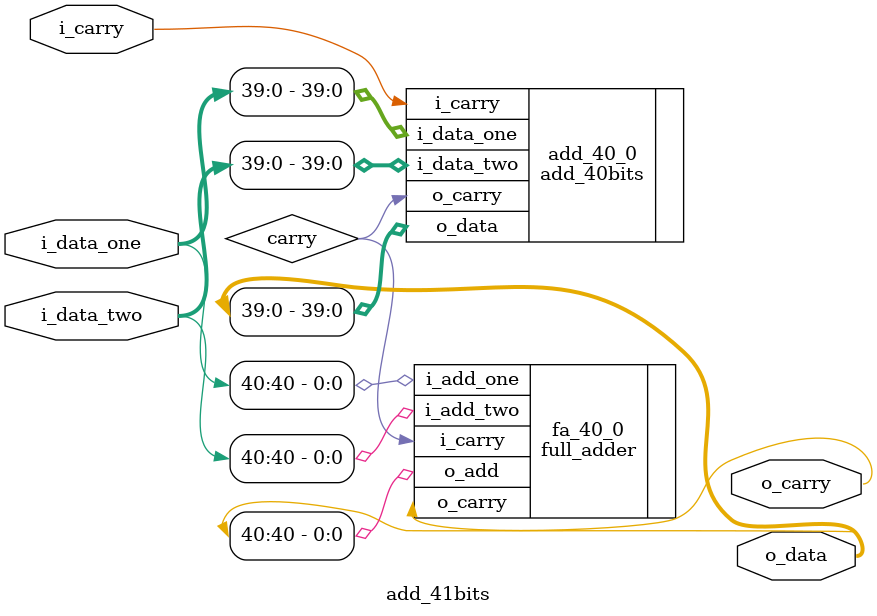
<source format=sv>
module add_41bits(
  input logic  [40:0] i_data_one,
  input logic  [40:0] i_data_two,
  input logic         i_carry,
  
  output logic [40:0] o_data,
  output logic        o_carry
);

  logic carry;

  add_40bits add_40_0(
    .i_data_one (i_data_one[39:0]),
    .i_data_two (i_data_two[39:0]),
    .i_carry    (i_carry),
    .o_data     (o_data[39:0]),
    .o_carry    (carry)
  );
  
  full_adder fa_40_0(
    .i_add_one (i_data_one[40]),
    .i_add_two (i_data_two[40]),
    .i_carry   (carry),
    .o_add     (o_data[40]),
    .o_carry   (o_carry)
  );

endmodule
</source>
